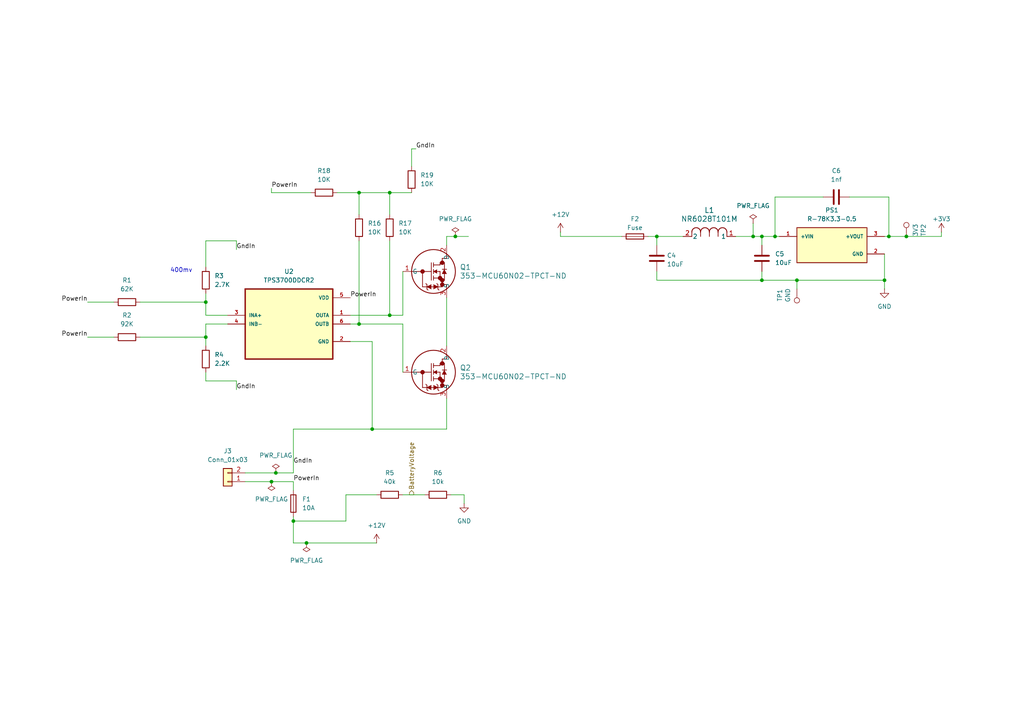
<source format=kicad_sch>
(kicad_sch (version 20250114) (generator "eeschema") (generator_version "9.0")
  (paper "A4")
  (lib_symbols
    (symbol "AO3416_1" (pin_names (offset 0.254))
      (property "Reference" "Q1" (at 16.51 1.27 0))
      (property "Value" "AO3416" (at 16.51 -1.27 0))
      (symbol "AO3416_1_0_1"
        (polyline (pts (xy 2.54 0) (xy 8.255 0)) (stroke (width 0.2032)))
        (circle (center 5.715 0) (radius 0.127) (stroke (width 0.508)))
        (polyline (pts (xy 5.715 -4.445) (xy 5.715 0)) (stroke (width 0.2032)))
        (polyline (pts (xy 5.715 -4.445) (xy 6.985 -4.445)) (stroke (width 0.2032)))
        (polyline (pts (xy 6.985 -3.81) (xy 6.6675 -3.4925)) (stroke (width 0.2032)))
        (polyline (pts (xy 6.985 -5.08) (xy 6.985 -3.81)) (stroke (width 0.2032)))
        (polyline (pts (xy 6.985 -5.08) (xy 7.3025 -5.3975)) (stroke (width 0.2032)))
        (polyline (pts (xy 8.255 -2.54) (xy 8.255 2.54)) (stroke (width 0.2032)))
        (polyline (pts (xy 8.255 -3.81) (xy 6.985 -4.445) (xy 8.255 -5.08)) (fill (type outline)))
        (polyline (pts (xy 8.89 1.905) (xy 10.795 1.905)) (stroke (width 0.2032)))
        (polyline (pts (xy 8.89 1.27) (xy 8.89 2.54)) (stroke (width 0.2032)))
        (circle (center 8.89 0) (radius 6.35) (stroke (width 0.254)))
        (polyline (pts (xy 8.89 -0.635) (xy 8.89 0.635)) (stroke (width 0.2032)))
        (polyline (pts (xy 8.89 -1.905) (xy 10.795 -1.905)) (stroke (width 0.2032)))
        (polyline (pts (xy 8.89 -2.54) (xy 8.89 -1.27)) (stroke (width 0.2032)))
        (polyline (pts (xy 8.89 -4.445) (xy 8.255 -4.445)) (stroke (width 0.2032)))
        (polyline (pts (xy 8.89 -5.08) (xy 10.16 -4.445) (xy 8.89 -3.81)) (fill (type outline)))
        (polyline (pts (xy 9.906 0.508) (xy 8.89 0) (xy 9.906 -0.508)) (fill (type outline)))
        (polyline (pts (xy 9.906 0) (xy 10.795 0)) (stroke (width 0.2032)))
        (polyline (pts (xy 10.16 -3.81) (xy 9.8425 -3.4925)) (stroke (width 0.2032)))
        (polyline (pts (xy 10.16 -3.81) (xy 10.16 -5.08)) (stroke (width 0.2032)))
        (polyline (pts (xy 10.16 -5.08) (xy 10.4775 -5.3975)) (stroke (width 0.2032)))
        (polyline (pts (xy 10.795 2.54) (xy 12.065 2.54)) (stroke (width 0.2032)))
        (polyline (pts (xy 10.795 1.905) (xy 10.795 2.54)) (stroke (width 0.2032)))
        (circle (center 10.795 -1.905) (radius 0.127) (stroke (width 0.508)))
        (polyline (pts (xy 10.795 -2.54) (xy 10.795 0)) (stroke (width 0.2032)))
        (polyline (pts (xy 10.795 -2.54) (xy 12.065 -2.54)) (stroke (width 0.2032)))
        (polyline (pts (xy 11.43 3.81) (xy 11.43 2.54)) (stroke (width 0.2032)))
        (polyline (pts (xy 11.43 3.81) (xy 12.7 3.81)) (stroke (width 0.2032)))
        (circle (center 11.43 2.54) (radius 0.127) (stroke (width 0.508)))
        (polyline (pts (xy 11.43 -2.54) (xy 11.43 -4.445)) (stroke (width 0.2032)))
        (circle (center 11.43 -2.54) (radius 0.127) (stroke (width 0.508)))
        (circle (center 11.43 -3.81) (radius 0.127) (stroke (width 0.508)))
        (polyline (pts (xy 11.43 -4.445) (xy 10.16 -4.445)) (stroke (width 0.2032)))
        (polyline (pts (xy 12.065 0.635) (xy 12.065 2.54)) (stroke (width 0.2032)))
        (polyline (pts (xy 12.065 -2.54) (xy 12.065 -0.635)) (stroke (width 0.2032)))
        (polyline (pts (xy 12.7 3.81) (xy 12.7 5.08)) (stroke (width 0.2032)))
        (polyline (pts (xy 12.7 0.635) (xy 11.43 0.635)) (stroke (width 0.2032)))
        (polyline (pts (xy 12.7 -0.635) (xy 11.43 -0.635) (xy 12.065 0.635)) (fill (type outline)))
        (polyline (pts (xy 12.7 -3.81) (xy 11.4554 -3.81)) (stroke (width 0.2032)))
        (polyline (pts (xy 12.7 -5.08) (xy 12.7 -3.81)) (stroke (width 0.2032)))
      )
      (symbol "AO3416_1_1_1"
        (pin passive line (at 0 0 0) (length 2.54) (name "G") (number "1"))
        (pin passive line (at 12.7 7.62 270) (length 2.54) (name "D") (number "2"))
        (pin passive line (at 12.7 -7.62 90) (length 2.54) (name "S") (number "3"))
      )
    )
    (symbol "Connector:TestPoint" (pin_numbers (hide yes)) (pin_names (offset 0.762) (hide yes))
      (property "Reference" "TP" (at 0 6.858 0))
      (property "Value" "TestPoint" (at 0 5.08 0))
      (symbol "TestPoint_0_1"
        (circle (center 0 3.302) (radius 0.762))
      )
      (symbol "TestPoint_1_1"
        (pin passive line (at 0 0 90) (length 2.54) (name "1") (number "1"))
      )
    )
    (symbol "Connector_Generic:Conn_01x02" (pin_names (offset 1.016) (hide yes))
      (property "Reference" "J" (at 0 2.54 0))
      (property "Value" "Conn_01x02" (at 0 -5.08 0))
      (symbol "Conn_01x02_1_1"
        (rectangle (start -1.27 1.27) (end 1.27 -3.81) (stroke (width 0.254)) (fill (type background)))
        (rectangle (start -1.27 0.127) (end 0 -0.127) (stroke (width 0.1524)))
        (rectangle (start -1.27 -2.413) (end 0 -2.667) (stroke (width 0.1524)))
        (pin passive line (at -5.08 0 0) (length 3.81) (name "Pin_1") (number "1"))
        (pin passive line (at -5.08 -2.54 0) (length 3.81) (name "Pin_2") (number "2"))
      )
    )
    (symbol "Device:C" (pin_numbers (hide yes)) (pin_names (offset 0.254))
      (property "Reference" "C" (at 0.635 2.54 0))
      (property "Value" "C" (at 0.635 -2.54 0))
      (symbol "C_0_1"
        (polyline (pts (xy -2.032 0.762) (xy 2.032 0.762)) (stroke (width 0.508)))
        (polyline (pts (xy -2.032 -0.762) (xy 2.032 -0.762)) (stroke (width 0.508)))
      )
      (symbol "C_1_1"
        (pin passive line (at 0 3.81 270) (length 2.794) (name "~") (number "1"))
        (pin passive line (at 0 -3.81 90) (length 2.794) (name "~") (number "2"))
      )
    )
    (symbol "Device:Fuse" (pin_numbers (hide yes)) (pin_names (offset 0))
      (property "Reference" "F" (at 2.032 0 90))
      (property "Value" "Fuse" (at -1.905 0 90))
      (symbol "Fuse_0_1"
        (rectangle (start -0.762 -2.54) (end 0.762 2.54) (stroke (width 0.254)))
        (polyline (pts (xy 0 2.54) (xy 0 -2.54)))
      )
      (symbol "Fuse_1_1"
        (pin passive line (at 0 3.81 270) (length 1.27) (name "~") (number "1"))
        (pin passive line (at 0 -3.81 90) (length 1.27) (name "~") (number "2"))
      )
    )
    (symbol "WaterBlaster:NR6028T101M" (pin_names (offset 0.254))
      (property "Reference" "L" (at 6.985 5.08 0))
      (property "Value" "NR6028T101M" (at 6.985 -2.54 0))
      (symbol "NR6028T101M_1_1"
        (polyline (pts (xy 2.54 0) (xy 2.54 1.27)) (stroke (width 0.2032)))
        (arc (start 2.54 1.27) (mid 3.81 2.5344) (end 5.08 1.27) (stroke (width 0.254)))
        (polyline (pts (xy 5.08 0) (xy 5.08 1.27)) (stroke (width 0.2032)))
        (arc (start 5.08 1.27) (mid 6.35 2.5344) (end 7.62 1.27) (stroke (width 0.254)))
        (polyline (pts (xy 7.62 0) (xy 7.62 1.27)) (stroke (width 0.2032)))
        (arc (start 7.62 1.27) (mid 8.89 2.5344) (end 10.16 1.27) (stroke (width 0.254)))
        (polyline (pts (xy 10.16 0) (xy 10.16 1.27)) (stroke (width 0.2032)))
        (arc (start 10.16 1.27) (mid 11.43 2.5344) (end 12.7 1.27) (stroke (width 0.254)))
        (polyline (pts (xy 12.7 0) (xy 12.7 1.27)) (stroke (width 0.2032)))
        (pin passive line (at 0 0 0) (length 2.54) (name "2") (number "2"))
        (pin passive line (at 15.24 0 180) (length 2.54) (name "1") (number "1"))
      )
      (symbol "NR6028T101M_1_2"
        (arc (start -1.27 10.16) (mid -2.5344 11.43) (end -1.27 12.7) (stroke (width 0.254)))
        (arc (start -1.27 7.62) (mid -2.5344 8.89) (end -1.27 10.16) (stroke (width 0.254)))
        (arc (start -1.27 5.08) (mid -2.5344 6.35) (end -1.27 7.62) (stroke (width 0.254)))
        (arc (start -1.27 2.54) (mid -2.5344 3.81) (end -1.27 5.08) (stroke (width 0.254)))
        (polyline (pts (xy 0 12.7) (xy -1.27 12.7)) (stroke (width 0.2032)))
        (polyline (pts (xy 0 10.16) (xy -1.27 10.16)) (stroke (width 0.2032)))
        (polyline (pts (xy 0 7.62) (xy -1.27 7.62)) (stroke (width 0.2032)))
        (polyline (pts (xy 0 5.08) (xy -1.27 5.08)) (stroke (width 0.2032)))
        (polyline (pts (xy 0 2.54) (xy -1.27 2.54)) (stroke (width 0.2032)))
        (pin unspecified line (at 0 15.24 270) (length 2.54) (name "1") (number "1"))
        (pin unspecified line (at 0 0 90) (length 2.54) (name "2") (number "2"))
      )
    )
    (symbol "WaterBlaster:R-78K3.3-0.5" (pin_names (offset 1.016))
      (property "Reference" "PS1" (at 0 10.16 0))
      (property "Value" "R-78K3.3-0.5" (at 0 7.62 0))
      (symbol "R-78K3.3-0.5_0_0"
        (rectangle (start -10.16 -5.08) (end 10.16 5.08) (stroke (width 0.254)) (fill (type background)))
        (pin input line (at -15.24 2.54 0) (length 5.08) (name "+VIN") (number "1"))
        (pin power_in line (at 15.24 -2.54 180) (length 5.08) (name "GND") (number "2"))
      )
      (symbol "R-78K3.3-0.5_1_0"
        (pin power_out line (at 15.24 2.54 180) (length 5.08) (name "+VOUT") (number "3"))
      )
    )
    (symbol "WaterBlaster:TPS3700DDCR2" (pin_names (offset 1.016))
      (property "Reference" "U" (at -12.7 11.16 0))
      (property "Value" "TPS3700DDCR2" (at -12.7 -14.16 0))
      (symbol "TPS3700DDCR2_0_0"
        (rectangle (start -12.7 -10.16) (end 12.7 10.16) (stroke (width 0.41)) (fill (type background)))
        (pin input line (at -17.78 2.54 0) (length 5.08) (name "INA+") (number "3"))
        (pin input line (at -17.78 0 0) (length 5.08) (name "INB-") (number "4"))
        (pin power_in line (at 17.78 7.62 180) (length 5.08) (name "VDD") (number "5"))
        (pin output line (at 17.78 2.54 180) (length 5.08) (name "OUTA") (number "1"))
        (pin output line (at 17.78 0 180) (length 5.08) (name "OUTB") (number "6"))
        (pin power_in line (at 17.78 -5.08 180) (length 5.08) (name "GND") (number "2"))
      )
    )
    (symbol "device:R" (pin_numbers (hide yes)) (pin_names (offset 0))
      (property "Reference" "R" (at 2.032 0 90))
      (property "Value" "R" (at 0 0 90))
      (symbol "R_0_1"
        (rectangle (start -1.016 -2.54) (end 1.016 2.54) (stroke (width 0.254)))
      )
      (symbol "R_1_1"
        (pin passive line (at 0 3.81 270) (length 1.27) (name "~") (number "1"))
        (pin passive line (at 0 -3.81 90) (length 1.27) (name "~") (number "2"))
      )
    )
    (symbol "power:+12V" (power) (pin_numbers (hide yes)) (pin_names (offset 0) (hide yes))
      (property "Value" "+12V" (at 0 3.556 0))
      (symbol "+12V_0_1"
        (polyline (pts (xy -0.762 1.27) (xy 0 2.54)))
        (polyline (pts (xy 0 2.54) (xy 0.762 1.27)))
        (polyline (pts (xy 0 0) (xy 0 2.54)))
      )
      (symbol "+12V_1_1"
        (pin power_in line (at 0 0 90) (length 0) (name "~") (number "1"))
      )
    )
    (symbol "power:+3V3" (power) (pin_numbers (hide yes)) (pin_names (offset 0) (hide yes))
      (property "Value" "+3V3" (at 0 3.556 0))
      (symbol "+3V3_0_1"
        (polyline (pts (xy -0.762 1.27) (xy 0 2.54)))
        (polyline (pts (xy 0 2.54) (xy 0.762 1.27)))
        (polyline (pts (xy 0 0) (xy 0 2.54)))
      )
      (symbol "+3V3_1_1"
        (pin power_in line (at 0 0 90) (length 0) (name "~") (number "1"))
      )
    )
    (symbol "power:GND" (power) (pin_numbers (hide yes)) (pin_names (offset 0) (hide yes))
      (property "Value" "GND" (at 0 -3.81 0))
      (symbol "GND_0_1"
        (polyline (pts (xy 0 0) (xy 0 -1.27) (xy 1.27 -1.27) (xy 0 -2.54) (xy -1.27 -1.27) (xy 0 -1.27)))
      )
      (symbol "GND_1_1"
        (pin power_in line (at 0 0 270) (length 0) (name "~") (number "1"))
      )
    )
    (symbol "power:PWR_FLAG" (power) (pin_numbers (hide yes)) (pin_names (offset 0) (hide yes))
      (property "Value" "PWR_FLAG" (at 0 3.81 0))
      (symbol "PWR_FLAG_0_0"
        (pin power_out line (at 0 0 90) (length 0) (name "~") (number "1"))
      )
      (symbol "PWR_FLAG_0_1"
        (polyline (pts (xy 0 0) (xy 0 1.27) (xy -1.016 1.905) (xy 0 2.54) (xy 1.016 1.905) (xy 0 1.27)))
      )
    )
  )
  (text "400mv" (at 52.578 78.486 0) (effects (font (size 1.27 1.27))))
  (junction (at 190.5 68.58))
  (junction (at 104.14 55.88))
  (junction (at 262.89 68.58))
  (junction (at 59.69 97.79))
  (junction (at 224.79 68.58))
  (junction (at 231.14 81.28))
  (junction (at 220.98 68.58))
  (junction (at 113.03 91.44))
  (junction (at 256.54 81.28))
  (junction (at 132.08 68.58))
  (junction (at 104.14 93.98))
  (junction (at 78.74 139.7))
  (junction (at 113.03 55.88))
  (junction (at 88.9 157.48))
  (junction (at 59.69 87.63))
  (junction (at 107.95 124.46))
  (junction (at 257.81 68.58))
  (junction (at 85.09 151.13))
  (junction (at 218.44 68.58))
  (junction (at 220.98 81.28))
  (junction (at 80.01 137.16))
  (wire (pts (xy 256.54 73.66) (xy 256.54 81.28)))
  (wire (pts (xy 132.08 68.58) (xy 129.54 68.58)))
  (wire (pts (xy 262.89 68.58) (xy 273.05 68.58)))
  (wire (pts (xy 116.84 143.51) (xy 123.19 143.51)))
  (wire (pts (xy 224.79 57.15) (xy 238.76 57.15)))
  (wire (pts (xy 107.95 124.46) (xy 107.95 99.06)))
  (wire (pts (xy 130.81 143.51) (xy 134.62 143.51)))
  (wire (pts (xy 257.81 68.58) (xy 262.89 68.58)))
  (wire (pts (xy 116.84 78.74) (xy 116.84 91.44)))
  (wire (pts (xy 231.14 81.28) (xy 256.54 81.28)))
  (wire (pts (xy 25.4 87.63) (xy 33.02 87.63)))
  (wire (pts (xy 256.54 68.58) (xy 257.81 68.58)))
  (wire (pts (xy 113.03 55.88) (xy 119.38 55.88)))
  (wire (pts (xy 25.4 97.79) (xy 33.02 97.79)))
  (wire (pts (xy 273.05 67.31) (xy 273.05 68.58)))
  (wire (pts (xy 40.64 97.79) (xy 59.69 97.79)))
  (wire (pts (xy 100.33 151.13) (xy 85.09 151.13)))
  (wire (pts (xy 220.98 68.58) (xy 224.79 68.58)))
  (wire (pts (xy 116.84 107.95) (xy 116.84 93.98)))
  (wire (pts (xy 104.14 93.98) (xy 116.84 93.98)))
  (wire (pts (xy 97.79 55.88) (xy 104.14 55.88)))
  (wire (pts (xy 109.22 143.51) (xy 100.33 143.51)))
  (wire (pts (xy 85.09 151.13) (xy 85.09 149.86)))
  (wire (pts (xy 162.56 67.31) (xy 162.56 68.58)))
  (wire (pts (xy 88.9 157.48) (xy 109.22 157.48)))
  (wire (pts (xy 129.54 68.58) (xy 129.54 71.12)))
  (wire (pts (xy 68.58 69.85) (xy 68.58 72.39)))
  (wire (pts (xy 129.54 86.36) (xy 129.54 100.33)))
  (wire (pts (xy 90.17 55.88) (xy 78.74 55.88)))
  (wire (pts (xy 224.79 57.15) (xy 224.79 68.58)))
  (wire (pts (xy 59.69 97.79) (xy 59.69 100.33)))
  (wire (pts (xy 135.89 68.58) (xy 132.08 68.58)))
  (wire (pts (xy 59.69 85.09) (xy 59.69 87.63)))
  (wire (pts (xy 100.33 143.51) (xy 100.33 151.13)))
  (wire (pts (xy 134.62 143.51) (xy 134.62 146.05)))
  (wire (pts (xy 68.58 110.49) (xy 68.58 113.03)))
  (wire (pts (xy 116.84 91.44) (xy 113.03 91.44)))
  (wire (pts (xy 107.95 99.06) (xy 101.6 99.06)))
  (wire (pts (xy 224.79 68.58) (xy 226.06 68.58)))
  (wire (pts (xy 104.14 69.85) (xy 104.14 93.98)))
  (wire (pts (xy 119.38 43.18) (xy 120.65 43.18)))
  (wire (pts (xy 162.56 68.58) (xy 180.34 68.58)))
  (wire (pts (xy 59.69 91.44) (xy 59.69 87.63)))
  (wire (pts (xy 85.09 157.48) (xy 88.9 157.48)))
  (wire (pts (xy 59.69 93.98) (xy 59.69 97.79)))
  (wire (pts (xy 59.69 110.49) (xy 68.58 110.49)))
  (wire (pts (xy 85.09 139.7) (xy 78.74 139.7)))
  (wire (pts (xy 85.09 124.46) (xy 85.09 137.16)))
  (wire (pts (xy 190.5 68.58) (xy 198.12 68.58)))
  (wire (pts (xy 107.95 124.46) (xy 129.54 124.46)))
  (wire (pts (xy 119.38 48.26) (xy 119.38 43.18)))
  (wire (pts (xy 246.38 57.15) (xy 257.81 57.15)))
  (wire (pts (xy 59.69 69.85) (xy 68.58 69.85)))
  (wire (pts (xy 80.01 137.16) (xy 71.12 137.16)))
  (wire (pts (xy 218.44 68.58) (xy 220.98 68.58)))
  (wire (pts (xy 220.98 78.74) (xy 220.98 81.28)))
  (wire (pts (xy 190.5 78.74) (xy 190.5 81.28)))
  (wire (pts (xy 85.09 157.48) (xy 85.09 151.13)))
  (wire (pts (xy 190.5 81.28) (xy 220.98 81.28)))
  (wire (pts (xy 85.09 124.46) (xy 107.95 124.46)))
  (wire (pts (xy 104.14 93.98) (xy 101.6 93.98)))
  (wire (pts (xy 104.14 55.88) (xy 113.03 55.88)))
  (wire (pts (xy 220.98 81.28) (xy 231.14 81.28)))
  (wire (pts (xy 113.03 55.88) (xy 113.03 62.23)))
  (wire (pts (xy 218.44 64.77) (xy 218.44 68.58)))
  (wire (pts (xy 78.74 139.7) (xy 71.12 139.7)))
  (wire (pts (xy 213.36 68.58) (xy 218.44 68.58)))
  (wire (pts (xy 187.96 68.58) (xy 190.5 68.58)))
  (wire (pts (xy 113.03 91.44) (xy 101.6 91.44)))
  (wire (pts (xy 40.64 87.63) (xy 59.69 87.63)))
  (wire (pts (xy 129.54 115.57) (xy 129.54 124.46)))
  (wire (pts (xy 78.74 55.88) (xy 78.74 54.61)))
  (wire (pts (xy 231.14 81.28) (xy 231.14 83.82)))
  (wire (pts (xy 66.04 91.44) (xy 59.69 91.44)))
  (wire (pts (xy 59.69 107.95) (xy 59.69 110.49)))
  (wire (pts (xy 59.69 77.47) (xy 59.69 69.85)))
  (wire (pts (xy 257.81 57.15) (xy 257.81 68.58)))
  (wire (pts (xy 256.54 81.28) (xy 256.54 83.82)))
  (wire (pts (xy 104.14 55.88) (xy 104.14 62.23)))
  (wire (pts (xy 113.03 69.85) (xy 113.03 91.44)))
  (wire (pts (xy 66.04 93.98) (xy 59.69 93.98)))
  (wire (pts (xy 80.01 137.16) (xy 85.09 137.16)))
  (wire (pts (xy 85.09 142.24) (xy 85.09 139.7)))
  (wire (pts (xy 190.5 68.58) (xy 190.5 71.12)))
  (wire (pts (xy 220.98 68.58) (xy 220.98 71.12)))
  (label "GndIn" (at 68.58 72.39 0))
  (label "PowerIn" (at 85.09 139.7 0))
  (label "GndIn" (at 68.58 113.03 0))
  (label "PowerIn" (at 25.4 87.63 180))
  (label "PowerIn" (at 101.6 86.36 0))
  (label "GndIn" (at 120.65 43.18 0))
  (label "GndIn" (at 85.09 134.62 0))
  (label "PowerIn" (at 25.4 97.79 180))
  (label "PowerIn" (at 78.74 54.61 0))
  (hierarchical_label "BatteryVoltage" (shape output) (at 119.38 143.51 90))
  (symbol (lib_id "WaterBlaster:NR6028T101M") (at 198.12 68.58 0) (unit 1)
    (property "Reference" "L1" (at 205.74 60.96 0) (effects (font (size 1.524 1.524))))
    (property "Value" "NR6028T101M" (at 205.74 63.5 0) (effects (font (size 1.524 1.524))))
    (property "Footprint" "WaterBlaster:IND_TAIYO_NR6028_TAY" (effects (hide yes)))
    (property "Datasheet" "NR6028T101M" (effects (hide yes)))
    (property "Description" "100uh" (effects (hide yes)))
  )
  (symbol (lib_id "device:R") (at 36.83 97.79 90) (unit 1)
    (property "Reference" "R2" (at 36.83 91.44 90))
    (property "Value" "92K" (at 36.83 93.98 90))
    (property "Footprint" "Capacitor_SMD:C_0603_1608Metric_Pad1.08x0.95mm_HandSolder" (effects (hide yes)))
    (property "Description" "Resistor" (effects (hide yes)))
  )
  (symbol (lib_id "Connector:TestPoint") (at 231.14 83.82 180) (unit 1)
    (property "Reference" "TP1" (at 226.187 85.6488 90))
    (property "Value" "GND" (at 228.4984 85.6488 90))
    (property "Footprint" "TestPoint:TestPoint_THTPad_D1.0mm_Drill0.5mm" (effects (hide yes)))
    (property "Note" "3V" (effects (hide yes)))
    (property "DNP" "DNP" (effects (hide yes)))
  )
  (symbol (lib_id "device:R") (at 104.14 66.04 180) (unit 1)
    (property "Reference" "R16" (at 106.68 64.7699 0) (effects (justify right)))
    (property "Value" "10K" (at 106.68 67.3099 0) (effects (justify right)))
    (property "Footprint" "Capacitor_SMD:C_0603_1608Metric_Pad1.08x0.95mm_HandSolder" (effects (hide yes)))
    (property "Description" "Resistor" (effects (hide yes)))
  )
  (symbol (lib_id "power:PWR_FLAG") (at 132.08 68.58 0) (unit 1)
    (property "Reference" "#FLG04" (effects (hide yes)))
    (property "Value" "PWR_FLAG" (at 132.08 63.5 0))
    (property "Description" "Special symbol for telling ERC where power comes from" (effects (hide yes)))
  )
  (symbol (lib_name "AO3416_1") (lib_id "WaterBlaster:AO3416") (at 116.84 107.95 0) (unit 1)
    (property "Reference" "Q2" (at 133.35 106.68 0) (effects (font (size 1.524 1.524)) (justify left)))
    (property "Value" "353-MCU60N02-TPCT-ND" (at 133.35 109.22 0) (effects (font (size 1.524 1.524)) (justify left)))
    (property "Footprint" "Package_TO_SOT_SMD:TO-252-2" (effects (hide yes)))
    (property "Datasheet" "AO3416" (effects (hide yes)))
  )
  (symbol (lib_id "power:+12V") (at 109.22 157.48 0) (unit 1)
    (property "Reference" "#PWR010" (effects (hide yes)))
    (property "Value" "+12V" (at 109.22 152.4 0))
  )
  (symbol (lib_id "Connector_Generic:Conn_01x02") (at 66.04 139.7 180) (unit 1)
    (property "Reference" "J3" (at 66.04 130.81 0))
    (property "Value" "Conn_01x03" (at 66.04 133.35 0))
    (property "Footprint" "WaterBlaster:PHOENIX_1985865" (effects (hide yes)))
    (property "Description" "Generic connector, single row, 01x02, script generated (kicad-library-utils/schlib/autogen/connector/)" (effects (hide yes)))
  )
  (symbol (lib_id "device:R") (at 36.83 87.63 90) (unit 1)
    (property "Reference" "R1" (at 36.83 81.28 90))
    (property "Value" "62K" (at 36.83 83.82 90))
    (property "Footprint" "Capacitor_SMD:C_0603_1608Metric_Pad1.08x0.95mm_HandSolder" (effects (hide yes)))
    (property "Description" "Resistor" (effects (hide yes)))
  )
  (symbol (lib_id "WaterBlaster:R-78K3.3-0.5") (at 241.3 71.12 0) (unit 1)
    (property "Reference" "PS1" (at 241.3 60.96 0))
    (property "Value" "R-78K3.3-0.5" (at 241.3 63.5 0))
    (property "Footprint" "WaterBlaster:CONV_R-78K3.3-0.5" (effects (hide yes)))
    (property "Datasheet" "https://recom-power.com/pdf/Innoline/R-78K-0.5.pdf" (effects (hide yes)))
    (property "PARTREV" "0/2023" (effects (hide yes)))
    (property "SNAPEDA_PN" "R-78K5.0-1.0" (effects (hide yes)))
    (property "MANUFACTURER" "Recom Power" (effects (hide yes)))
    (property "MAXIMUM_PACKAGE_HEIGHT" "10.7mm" (effects (hide yes)))
    (property "STANDARD" "IPC-7351B" (effects (hide yes)))
  )
  (symbol (lib_id "power:PWR_FLAG") (at 80.01 137.16 0) (unit 1)
    (property "Reference" "#FLG01" (effects (hide yes)))
    (property "Value" "PWR_FLAG" (at 80.01 132.08 0))
    (property "Description" "Special symbol for telling ERC where power comes from" (effects (hide yes)))
  )
  (symbol (lib_id "device:R") (at 93.98 55.88 270) (unit 1)
    (property "Reference" "R18" (at 93.98 49.53 90))
    (property "Value" "10K" (at 93.98 52.07 90))
    (property "Footprint" "Capacitor_SMD:C_0603_1608Metric_Pad1.08x0.95mm_HandSolder" (effects (hide yes)))
    (property "Description" "Resistor" (effects (hide yes)))
  )
  (symbol (lib_id "WaterBlaster:TPS3700DDCR2") (at 83.82 93.98 0) (unit 1)
    (property "Reference" "U2" (at 83.82 78.74 0))
    (property "Value" "TPS3700DDCR2" (at 83.82 81.28 0))
    (property "Footprint" "WaterBlaster:SOT95P280X110-6N" (effects (hide yes)))
  )
  (symbol (lib_id "device:R") (at 119.38 52.07 0) (unit 1)
    (property "Reference" "R19" (at 121.92 50.7999 0) (effects (justify left)))
    (property "Value" "10K" (at 121.92 53.3399 0) (effects (justify left)))
    (property "Footprint" "Capacitor_SMD:C_0603_1608Metric_Pad1.08x0.95mm_HandSolder" (effects (hide yes)))
    (property "Description" "Resistor" (effects (hide yes)))
  )
  (symbol (lib_id "device:R") (at 113.03 66.04 180) (unit 1)
    (property "Reference" "R17" (at 115.57 64.7699 0) (effects (justify right)))
    (property "Value" "10K" (at 115.57 67.3099 0) (effects (justify right)))
    (property "Footprint" "Capacitor_SMD:C_0603_1608Metric_Pad1.08x0.95mm_HandSolder" (effects (hide yes)))
    (property "Description" "Resistor" (effects (hide yes)))
  )
  (symbol (lib_id "power:PWR_FLAG") (at 218.44 64.77 0) (unit 1)
    (property "Reference" "#FLG03" (effects (hide yes)))
    (property "Value" "PWR_FLAG" (at 218.44 59.69 0))
  )
  (symbol (lib_id "Device:C") (at 190.5 74.93 0) (unit 1)
    (property "Reference" "C4" (at 193.421 74.0953 0) (effects (justify left)))
    (property "Value" "10uF" (at 193.421 76.6322 0) (effects (justify left)))
    (property "Footprint" "Capacitor_SMD:C_0603_1608Metric_Pad1.08x0.95mm_HandSolder" (effects (hide yes)))
    (property "MPN" "CAP CER 10UF 100V X5R 0603" (effects (hide yes)))
  )
  (symbol (lib_id "power:GND") (at 256.54 83.82 0) (unit 1)
    (property "Reference" "#PWR014" (effects (hide yes)))
    (property "Value" "GND" (at 256.54 88.9 0))
  )
  (symbol (lib_id "Device:C") (at 220.98 74.93 0) (unit 1)
    (property "Reference" "C5" (at 224.79 73.6599 0) (effects (justify left)))
    (property "Value" "10uF" (at 224.79 76.1999 0) (effects (justify left)))
    (property "Footprint" "Capacitor_SMD:C_0603_1608Metric_Pad1.08x0.95mm_HandSolder" (effects (hide yes)))
    (property "MPN" "CAP CER 4.7UF 50V X5R 0603" (effects (hide yes)))
  )
  (symbol (lib_name "AO3416_1") (lib_id "WaterBlaster:AO3416") (at 116.84 78.74 0) (unit 1)
    (property "Reference" "Q1" (at 133.35 77.47 0) (effects (font (size 1.524 1.524)) (justify left)))
    (property "Value" "353-MCU60N02-TPCT-ND" (at 133.35 80.01 0) (effects (font (size 1.524 1.524)) (justify left)))
    (property "Footprint" "Package_TO_SOT_SMD:TO-252-2" (effects (hide yes)))
    (property "Datasheet" "AO3416" (effects (hide yes)))
  )
  (symbol (lib_id "Device:Fuse") (at 184.15 68.58 90) (unit 1)
    (property "Reference" "F2" (at 184.15 63.5 90))
    (property "Value" "Fuse" (at 184.15 66.04 90))
    (property "Footprint" "Fuse:Fuse_0603_1608Metric" (effects (hide yes)))
  )
  (symbol (lib_id "Device:C") (at 242.57 57.15 90) (unit 1)
    (property "Reference" "C6" (at 242.57 49.53 90))
    (property "Value" "1nf" (at 242.57 52.07 90))
    (property "Footprint" "Capacitor_SMD:C_0603_1608Metric_Pad1.08x0.95mm_HandSolder" (effects (hide yes)))
    (property "MPN" "CAP CER 4.7UF 50V X5R 0603" (effects (hide yes)))
  )
  (symbol (lib_id "power:GND") (at 134.62 146.05 0) (unit 1)
    (property "Reference" "#PWR011" (effects (hide yes)))
    (property "Value" "GND" (at 134.62 151.13 0))
    (property "Description" "Power symbol creates a global label with name \"GND\" , ground" (effects (hide yes)))
  )
  (symbol (lib_id "power:+12V") (at 162.56 67.31 0) (unit 1)
    (property "Reference" "#PWR013" (effects (hide yes)))
    (property "Value" "+12V" (at 162.56 62.23 0))
  )
  (symbol (lib_id "device:R") (at 59.69 81.28 180) (unit 1)
    (property "Reference" "R3" (at 62.23 80.0099 0) (effects (justify right)))
    (property "Value" "2.7K" (at 62.23 82.5499 0) (effects (justify right)))
    (property "Footprint" "Capacitor_SMD:C_0603_1608Metric_Pad1.08x0.95mm_HandSolder" (effects (hide yes)))
    (property "Description" "Resistor" (effects (hide yes)))
  )
  (symbol (lib_id "power:+3V3") (at 273.05 67.31 0) (unit 1)
    (property "Reference" "#PWR015" (effects (hide yes)))
    (property "Value" "+3V3" (at 273.05 63.5 0))
  )
  (symbol (lib_id "power:PWR_FLAG") (at 88.9 157.48 180) (unit 1)
    (property "Reference" "#FLG02" (effects (hide yes)))
    (property "Value" "PWR_FLAG" (at 88.9 162.56 0))
    (property "Description" "Special symbol for telling ERC where power comes from" (effects (hide yes)))
  )
  (symbol (lib_id "Device:Fuse") (at 85.09 146.05 0) (unit 1)
    (property "Reference" "F1" (at 87.63 144.78 0) (effects (justify left)))
    (property "Value" "10A" (at 87.63 147.32 0) (effects (justify left)))
    (property "Footprint" "Fuse:Fuse_1206_3216Metric" (effects (hide yes)))
  )
  (symbol (lib_id "Connector:TestPoint") (at 262.89 68.58 0) (unit 1)
    (property "Reference" "TP2" (at 267.843 66.7512 90))
    (property "Value" "3V3" (at 265.5316 66.7512 90))
    (property "Footprint" "TestPoint:TestPoint_THTPad_D1.0mm_Drill0.5mm" (effects (hide yes)))
    (property "Note" "3V" (effects (hide yes)))
    (property "DNP" "DNP" (effects (hide yes)))
  )
  (symbol (lib_id "power:PWR_FLAG") (at 78.74 139.7 180) (unit 1)
    (property "Reference" "#FLG05" (effects (hide yes)))
    (property "Value" "PWR_FLAG" (at 78.74 144.78 0))
    (property "Description" "Special symbol for telling ERC where power comes from" (effects (hide yes)))
  )
  (symbol (lib_id "device:R") (at 113.03 143.51 90) (unit 1)
    (property "Reference" "R5" (at 113.03 137.16 90))
    (property "Value" "40k" (at 113.03 139.7 90))
    (property "Footprint" "Capacitor_SMD:C_0603_1608Metric_Pad1.08x0.95mm_HandSolder" (effects (hide yes)))
    (property "Description" "Resistor" (effects (hide yes)))
  )
  (symbol (lib_id "device:R") (at 59.69 104.14 180) (unit 1)
    (property "Reference" "R4" (at 62.23 102.8699 0) (effects (justify right)))
    (property "Value" "2.2K" (at 62.23 105.4099 0) (effects (justify right)))
    (property "Footprint" "Capacitor_SMD:C_0603_1608Metric_Pad1.08x0.95mm_HandSolder" (effects (hide yes)))
    (property "Description" "Resistor" (effects (hide yes)))
  )
  (symbol (lib_id "device:R") (at 127 143.51 90) (unit 1)
    (property "Reference" "R6" (at 127 137.16 90))
    (property "Value" "10k" (at 127 139.7 90))
    (property "Footprint" "Capacitor_SMD:C_0603_1608Metric_Pad1.08x0.95mm_HandSolder" (effects (hide yes)))
    (property "Description" "Resistor" (effects (hide yes)))
  )
)
</source>
